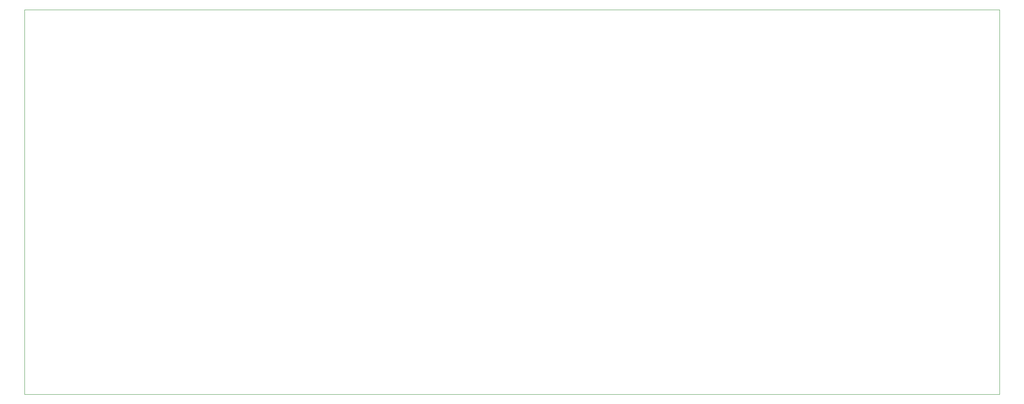
<source format=gbr>
G04 #@! TF.GenerationSoftware,KiCad,Pcbnew,(6.0.0-0)*
G04 #@! TF.CreationDate,2021-12-28T20:37:27+01:00*
G04 #@! TF.ProjectId,psu-mosfet-160w,7073752d-6d6f-4736-9665-742d31363077,rev?*
G04 #@! TF.SameCoordinates,Original*
G04 #@! TF.FileFunction,Profile,NP*
%FSLAX46Y46*%
G04 Gerber Fmt 4.6, Leading zero omitted, Abs format (unit mm)*
G04 Created by KiCad (PCBNEW (6.0.0-0)) date 2021-12-28 20:37:27*
%MOMM*%
%LPD*%
G01*
G04 APERTURE LIST*
G04 #@! TA.AperFunction,Profile*
%ADD10C,0.050000*%
G04 #@! TD*
G04 APERTURE END LIST*
D10*
X20066000Y-23622000D02*
X20066000Y-107442000D01*
X232410000Y-107442000D02*
X232410000Y-23622000D01*
X20066000Y-107442000D02*
X232410000Y-107442000D01*
X232410000Y-23622000D02*
X20066000Y-23622000D01*
M02*

</source>
